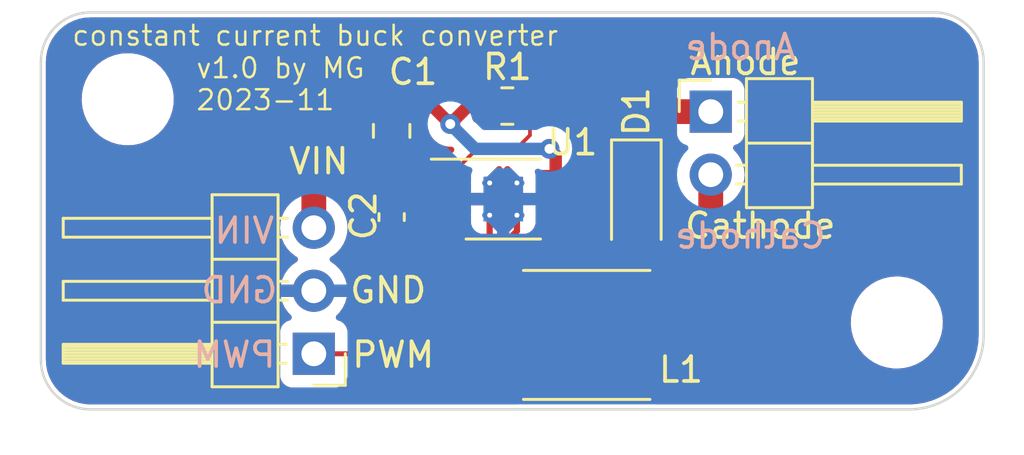
<source format=kicad_pcb>
(kicad_pcb (version 20221018) (generator pcbnew)
  (layers (0 "F.Cu" signal) (31 "B.Cu" signal) (34 "B.Paste" user) (35 "F.Paste" user) (36 "B.SilkS" user "B.Silkscreen") (37 "F.SilkS" user "F.Silkscreen") (38 "B.Mask" user) (39 "F.Mask" user) (44 "Edge.Cuts" user))
  (net 0 "")
  (net 1 "/VIN")
  (net 2 "GND")
  (net 3 "Net-(D1-A)")
  (net 4 "/PWM")
  (net 5 "/LED_{Anode}")
  (net 6 "/LED_{Kathode}")
  (footprint "MountingHole:MountingHole_3.2mm_M3_ISO14580" (layer "F.Cu") (at 120.993 115.682)
    (fp_text reference "H2" hide)
    (fp_text value "MountingHole")
    (pad "" np_thru_hole circle (at 0 0) (size 3.2 3.2) (drill 3.2) (layers "*.Cu" "*.Mask"))
  )
  (footprint "Connector_PinHeader_2.54mm:PinHeader_1x03_P2.54mm_Horizontal" (layer "F.Cu") (at 97.493 116.942 180)
    (fp_text reference "J1" hide)
    (fp_text value "Conn")
    (fp_text user "GND" (at 3 2.56 unlocked) (layer "B.SilkS") (effects (justify mirror)))
    (fp_text user "VIN" (at 2.8 4.96 unlocked) (layer "B.SilkS") (effects (justify mirror)))
    (fp_text user "PWM" (at 3.2 -0.04 unlocked) (layer "B.SilkS") (effects (justify mirror)))
    (fp_text user "VIN" (at -0.2 7.76 unlocked) (layer "F.SilkS"))
    (fp_text user "GND" (at -3 2.56 unlocked) (layer "F.SilkS"))
    (fp_text user "PWM" (at -3.2 -0.04 unlocked) (layer "F.SilkS"))
    (fp_line (start -1.27 -1.27) (end 0 -1.27) (stroke (width 0.12)) (layer "F.SilkS"))
    (fp_line (start -1.27 0) (end -1.27 -1.27) (stroke (width 0.12)) (layer "F.SilkS"))
    (fp_line (start 1.042929 2.16) (end 1.44 2.16) (stroke (width 0.12)) (layer "F.SilkS"))
    (fp_line (start 1.042929 2.92) (end 1.44 2.92) (stroke (width 0.12)) (layer "F.SilkS"))
    (fp_line (start 1.042929 4.7) (end 1.44 4.7) (stroke (width 0.12)) (layer "F.SilkS"))
    (fp_line (start 1.042929 5.46) (end 1.44 5.46) (stroke (width 0.12)) (layer "F.SilkS"))
    (fp_line (start 1.11 -0.38) (end 1.44 -0.38) (stroke (width 0.12)) (layer "F.SilkS"))
    (fp_line (start 1.11 0.38) (end 1.44 0.38) (stroke (width 0.12)) (layer "F.SilkS"))
    (fp_line (start 1.44 -1.33) (end 1.44 6.41) (stroke (width 0.12)) (layer "F.SilkS"))
    (fp_line (start 1.44 1.27) (end 4.1 1.27) (stroke (width 0.12)) (layer "F.SilkS"))
    (fp_line (start 1.44 3.81) (end 4.1 3.81) (stroke (width 0.12)) (layer "F.SilkS"))
    (fp_line (start 1.44 6.41) (end 4.1 6.41) (stroke (width 0.12)) (layer "F.SilkS"))
    (fp_line (start 4.1 -1.33) (end 1.44 -1.33) (stroke (width 0.12)) (layer "F.SilkS"))
    (fp_line (start 4.1 -0.38) (end 10.1 -0.38) (stroke (width 0.12)) (layer "F.SilkS"))
    (fp_line (start 4.1 -0.32) (end 10.1 -0.32) (stroke (width 0.12)) (layer "F.SilkS"))
    (fp_line (start 4.1 -0.2) (end 10.1 -0.2) (stroke (width 0.12)) (layer "F.SilkS"))
    (fp_line (start 4.1 -0.08) (end 10.1 -0.08) (stroke (width 0.12)) (layer "F.SilkS"))
    (fp_line (start 4.1 0.04) (end 10.1 0.04) (stroke (width 0.12)) (layer "F.SilkS"))
    (fp_line (start 4.1 0.16) (end 10.1 0.16) (stroke (width 0.12)) (layer "F.SilkS"))
    (fp_line (start 4.1 0.28) (end 10.1 0.28) (stroke (width 0.12)) (layer "F.SilkS"))
    (fp_line (start 4.1 2.16) (end 10.1 2.16) (stroke (width 0.12)) (layer "F.SilkS"))
    (fp_line (start 4.1 4.7) (end 10.1 4.7) (stroke (width 0.12)) (layer "F.SilkS"))
    (fp_line (start 4.1 6.41) (end 4.1 -1.33) (stroke (width 0.12)) (layer "F.SilkS"))
    (fp_line (start 10.1 -0.38) (end 10.1 0.38) (stroke (width 0.12)) (layer "F.SilkS"))
    (fp_line (start 10.1 0.38) (end 4.1 0.38) (stroke (width 0.12)) (layer "F.SilkS"))
    (fp_line (start 10.1 2.16) (end 10.1 2.92) (stroke (width 0.12)) (layer "F.SilkS"))
    (fp_line (start 10.1 2.92) (end 4.1 2.92) (stroke (width 0.12)) (layer "F.SilkS"))
    (fp_line (start 10.1 4.7) (end 10.1 5.46) (stroke (width 0.12)) (layer "F.SilkS"))
    (fp_line (start 10.1 5.46) (end 4.1 5.46) (stroke (width 0.12)) (layer "F.SilkS"))
    (pad "1" thru_hole rect (at 0 0 180) (size 1.7 1.7) (drill 1) (layers "*.Cu" "*.Mask") (net 4 "/PWM"))
    (pad "2" thru_hole oval (at 0 2.54 180) (size 1.7 1.7) (drill 1) (layers "*.Cu" "*.Mask") (net 2 "GND"))
    (pad "3" thru_hole oval (at 0 5.08 180) (size 1.7 1.7) (drill 1) (layers "*.Cu" "*.Mask") (net 1 "/VIN"))
  )
  (footprint "Connector_PinHeader_2.54mm:PinHeader_1x02_P2.54mm_Horizontal" (layer "F.Cu") (at 113.493 107.182)
    (fp_text reference "J2" hide)
    (fp_text value "LED")
    (fp_text user "Cathode" (at 1.6 5 unlocked) (layer "B.SilkS") (effects (justify mirror)))
    (fp_text user "Anode" (at 1.2 -2.6 unlocked) (layer "B.SilkS") (effects (justify mirror)))
    (fp_text user "Cathode" (at 2 4.6 unlocked) (layer "F.SilkS"))
    (fp_text user "Anode" (at 1.4 -2 unlocked) (layer "F.SilkS"))
    (fp_line (start -1.27 -1.27) (end 0 -1.27) (stroke (width 0.12)) (layer "F.SilkS"))
    (fp_line (start -1.27 0) (end -1.27 -1.27) (stroke (width 0.12)) (layer "F.SilkS"))
    (fp_line (start 1.042929 2.16) (end 1.44 2.16) (stroke (width 0.12)) (layer "F.SilkS"))
    (fp_line (start 1.042929 2.92) (end 1.44 2.92) (stroke (width 0.12)) (layer "F.SilkS"))
    (fp_line (start 1.11 -0.38) (end 1.44 -0.38) (stroke (width 0.12)) (layer "F.SilkS"))
    (fp_line (start 1.11 0.38) (end 1.44 0.38) (stroke (width 0.12)) (layer "F.SilkS"))
    (fp_line (start 1.44 -1.33) (end 1.44 3.87) (stroke (width 0.12)) (layer "F.SilkS"))
    (fp_line (start 1.44 1.27) (end 4.1 1.27) (stroke (width 0.12)) (layer "F.SilkS"))
    (fp_line (start 1.44 3.87) (end 4.1 3.87) (stroke (width 0.12)) (layer "F.SilkS"))
    (fp_line (start 4.1 -1.33) (end 1.44 -1.33) (stroke (width 0.12)) (layer "F.SilkS"))
    (fp_line (start 4.1 -0.38) (end 10.1 -0.38) (stroke (width 0.12)) (layer "F.SilkS"))
    (fp_line (start 4.1 -0.32) (end 10.1 -0.32) (stroke (width 0.12)) (layer "F.SilkS"))
    (fp_line (start 4.1 -0.2) (end 10.1 -0.2) (stroke (width 0.12)) (layer "F.SilkS"))
    (fp_line (start 4.1 -0.08) (end 10.1 -0.08) (stroke (width 0.12)) (layer "F.SilkS"))
    (fp_line (start 4.1 0.04) (end 10.1 0.04) (stroke (width 0.12)) (layer "F.SilkS"))
    (fp_line (start 4.1 0.16) (end 10.1 0.16) (stroke (width 0.12)) (layer "F.SilkS"))
    (fp_line (start 4.1 0.28) (end 10.1 0.28) (stroke (width 0.12)) (layer "F.SilkS"))
    (fp_line (start 4.1 2.16) (end 10.1 2.16) (stroke (width 0.12)) (layer "F.SilkS"))
    (fp_line (start 4.1 3.87) (end 4.1 -1.33) (stroke (width 0.12)) (layer "F.SilkS"))
    (fp_line (start 10.1 -0.38) (end 10.1 0.38) (stroke (width 0.12)) (layer "F.SilkS"))
    (fp_line (start 10.1 0.38) (end 4.1 0.38) (stroke (width 0.12)) (layer "F.SilkS"))
    (fp_line (start 10.1 2.16) (end 10.1 2.92) (stroke (width 0.12)) (layer "F.SilkS"))
    (fp_line (start 10.1 2.92) (end 4.1 2.92) (stroke (width 0.12)) (layer "F.SilkS"))
    (pad "1" thru_hole rect (at 0 0) (size 1.7 1.7) (drill 1) (layers "*.Cu" "*.Mask") (net 5 "/LED_{Anode}"))
    (pad "2" thru_hole oval (at 0 2.54) (size 1.7 1.7) (drill 1) (layers "*.Cu" "*.Mask") (net 6 "/LED_{Kathode}"))
  )
  (footprint "Capacitor_SMD:C_0603_1608Metric" (layer "F.Cu") (at 100.6305 111.432 90)
    (fp_text reference "C2" (at 0.05 -1.1375 270) (layer "F.SilkS"))
    (fp_text value "DNP")
    (fp_line (start -0.14058 -0.51) (end 0.14058 -0.51) (stroke (width 0.12)) (layer "F.SilkS"))
    (fp_line (start -0.14058 0.51) (end 0.14058 0.51) (stroke (width 0.12)) (layer "F.SilkS"))
    (pad "1" smd roundrect (at -0.775 0 90) (size 0.9 0.95) (layers "F.Cu" "F.Paste" "F.Mask") (net 4 "/PWM"))
    (pad "2" smd roundrect (at 0.775 0 90) (size 0.9 0.95) (layers "F.Cu" "F.Paste" "F.Mask") (net 2 "GND"))
  )
  (footprint "Package_SO:MSOP-8-1EP_3x3mm_P0.65mm_EP1.5x1.8mm_ThermalVias" (layer "F.Cu") (at 105.1305 110.707)
    (fp_text reference "U1" (at 2.7875 -2.2875) (layer "F.SilkS"))
    (fp_text value "AL8861")
    (fp_line (start 0 -1.61) (end -2.9 -1.61) (stroke (width 0.12)) (layer "F.SilkS"))
    (fp_line (start 0 -1.61) (end 1.5 -1.61) (stroke (width 0.12)) (layer "F.SilkS"))
    (fp_line (start 0 1.61) (end -1.5 1.61) (stroke (width 0.12)) (layer "F.SilkS"))
    (fp_line (start 0 1.61) (end 1.5 1.61) (stroke (width 0.12)) (layer "F.SilkS"))
    (pad "1" smd roundrect (at -2.1125 -0.975) (size 1.575 0.4) (layers "F.Cu" "F.Paste" "F.Mask") (net 5 "/LED_{Anode}"))
    (pad "2" smd roundrect (at -2.1125 -0.325) (size 1.575 0.4) (layers "F.Cu" "F.Paste" "F.Mask") (net 2 "GND"))
    (pad "3" smd roundrect (at -2.1125 0.325) (size 1.575 0.4) (layers "F.Cu" "F.Paste" "F.Mask") (net 2 "GND"))
    (pad "4" smd roundrect (at -2.1125 0.975) (size 1.575 0.4) (layers "F.Cu" "F.Paste" "F.Mask") (net 4 "/PWM"))
    (pad "5" smd roundrect (at 2.1125 0.975) (size 1.575 0.4) (layers "F.Cu" "F.Paste" "F.Mask") (net 3 "Net-(D1-A)"))
    (pad "6" smd roundrect (at 2.1125 0.325) (size 1.575 0.4) (layers "F.Cu" "F.Paste" "F.Mask") (net 3 "Net-(D1-A)"))
    (pad "7" smd roundrect (at 2.1125 -0.325) (size 1.575 0.4) (layers "F.Cu" "F.Paste" "F.Mask"))
    (pad "8" smd roundrect (at 2.1125 -0.975) (size 1.575 0.4) (layers "F.Cu" "F.Paste" "F.Mask") (net 1 "/VIN"))
    (pad "9" thru_hole circle (at -0.55 -0.65) (size 0.5 0.5) (drill 0.2) (layers "*.Cu") (net 2 "GND"))
    (pad "9" thru_hole circle (at -0.55 0.65) (size 0.5 0.5) (drill 0.2) (layers "*.Cu") (net 2 "GND"))
    (pad "9" smd rect (at 0 0) (size 1.5 1.8) (layers "F.Cu" "F.Mask") (net 2 "GND"))
    (pad "9" smd rect (at 0 0) (size 1.6 1.8) (layers "B.Cu") (net 2 "GND"))
    (pad "9" thru_hole circle (at 0.55 -0.65) (size 0.5 0.5) (drill 0.2) (layers "*.Cu") (net 2 "GND"))
    (pad "9" thru_hole circle (at 0.55 0.65) (size 0.5 0.5) (drill 0.2) (layers "*.Cu") (net 2 "GND"))
  )
  (footprint "Capacitor_SMD:C_0805_2012Metric" (layer "F.Cu") (at 100.6305 107.957 -90)
    (fp_text reference "C1" (at -2.375 -0.8625 -180) (layer "F.SilkS"))
    (fp_text value "10uF 16V")
    (fp_line (start -0.261252 -0.735) (end 0.261252 -0.735) (stroke (width 0.12)) (layer "F.SilkS"))
    (fp_line (start -0.261252 0.735) (end 0.261252 0.735) (stroke (width 0.12)) (layer "F.SilkS"))
    (pad "1" smd roundrect (at -0.95 0 270) (size 1 1.45) (layers "F.Cu" "F.Paste" "F.Mask") (net 1 "/VIN"))
    (pad "2" smd roundrect (at 0.95 0 270) (size 1 1.45) (layers "F.Cu" "F.Paste" "F.Mask") (net 2 "GND"))
  )
  (footprint "Diode_SMD:D_SOD-123" (layer "F.Cu") (at 110.493 110.682 -90)
    (fp_text reference "D1" (at -3.5 0 90) (layer "F.SilkS"))
    (fp_text value "B260S1F-7")
    (fp_line (start -2.36 -1) (end -2.36 1) (stroke (width 0.12)) (layer "F.SilkS"))
    (fp_line (start -2.36 -1) (end 1.65 -1) (stroke (width 0.12)) (layer "F.SilkS"))
    (fp_line (start -2.36 1) (end 1.65 1) (stroke (width 0.12)) (layer "F.SilkS"))
    (pad "1" smd roundrect (at -1.65 0 270) (size 0.9 1.2) (layers "F.Cu" "F.Paste" "F.Mask") (net 1 "/VIN"))
    (pad "2" smd roundrect (at 1.65 0 270) (size 0.9 1.2) (layers "F.Cu" "F.Paste" "F.Mask") (net 3 "Net-(D1-A)"))
  )
  (footprint "MountingHole:MountingHole_3.2mm_M3_ISO14580" (layer "F.Cu") (at 89.993 106.682)
    (fp_text reference "H1" hide)
    (fp_text value "MountingHole")
    (pad "" np_thru_hole circle (at 0 0) (size 3.2 3.2) (drill 3.2) (layers "*.Cu" "*.Mask"))
  )
  (footprint "Resistor_SMD:R_0805_2012Metric" (layer "F.Cu") (at 105.293 106.957 180)
    (fp_text reference "R1" (at 0 1.575) (layer "F.SilkS"))
    (fp_text value "R_{Shunt}")
    (fp_line (start -0.227064 -0.735) (end 0.227064 -0.735) (stroke (width 0.12)) (layer "F.SilkS"))
    (fp_line (start -0.227064 0.735) (end 0.227064 0.735) (stroke (width 0.12)) (layer "F.SilkS"))
    (pad "1" smd roundrect (at -0.9125 0 180) (size 1.025 1.4) (layers "F.Cu" "F.Paste" "F.Mask") (roundrect_rratio 0.243902) (net 5 "/LED_{Anode}"))
    (pad "2" smd roundrect (at 0.9125 0 180) (size 1.025 1.4) (layers "F.Cu" "F.Paste" "F.Mask") (roundrect_rratio 0.243902) (net 1 "/VIN"))
  )
  (footprint "Inductor_SMD:L_Taiyo-Yuden_MD-5050" (layer "F.Cu") (at 108.493 116.182)
    (fp_text reference "L1" (at 3.8 1.4) (layer "F.SilkS"))
    (fp_text value "LSXND5050YKL150MMG")
    (fp_line (start -2.55 -2.6) (end 2.55 -2.6) (stroke (width 0.12)) (layer "F.SilkS"))
    (fp_line (start -2.55 2.6) (end 2.55 2.6) (stroke (width 0.12)) (layer "F.SilkS"))
    (pad "1" smd rect (at -1.8 0) (size 1.5 4.2) (layers "F.Cu" "F.Paste" "F.Mask") (net 3 "Net-(D1-A)"))
    (pad "2" smd rect (at 1.8 0) (size 1.5 4.2) (layers "F.Cu" "F.Paste" "F.Mask") (net 6 "/LED_{Kathode}"))
  )
  (gr_arc (start 88.493 119.182) (mid 87.078786 118.596214) (end 86.493 117.182) (stroke (width 0.1)) (layer "Edge.Cuts"))
  (gr_arc (start 122.493 103.182) (mid 123.907214 103.767786) (end 124.493 105.182) (stroke (width 0.1)) (layer "Edge.Cuts"))
  (gr_line (start 86.493 105.182) (end 86.493 117.182) (stroke (width 0.1)) (layer "Edge.Cuts"))
  (gr_arc (start 124.493 116.182) (mid 123.61432 118.30332) (end 121.493 119.182) (stroke (width 0.1)) (layer "Edge.Cuts"))
  (gr_line (start 88.493 103.182) (end 122.493 103.182) (stroke (width 0.1)) (layer "Edge.Cuts"))
  (gr_line (start 88.493 119.182) (end 121.493 119.182) (stroke (width 0.1)) (layer "Edge.Cuts"))
  (gr_line (start 124.493 116.182) (end 124.493 105.182) (stroke (width 0.1)) (layer "Edge.Cuts"))
  (gr_arc (start 86.493 105.182) (mid 87.078786 103.767786) (end 88.493 103.182) (stroke (width 0.1)) (layer "Edge.Cuts"))
  (gr_text "constant current buck converter" (at 87.693 104.582) (layer "F.SilkS") (effects (font (size 0.8 0.8) (thickness 0.1)) (justify left bottom)))
  (gr_text "v1.0 by MG\n2023-11" (at 92.693 107.182) (layer "F.SilkS") (effects (font (size 0.8 0.8) (thickness 0.1)) (justify left bottom)))
  (segment (start 107.243 109.732) (end 109.793 109.732) (width 0.5) (layer "F.Cu") (net 1))
  (segment (start 100.6305 107.007) (end 99.668 107.007) (width 1) (layer "F.Cu") (net 1))
  (segment (start 107.243 109.732) (end 107.243 108.932) (width 0.5) (layer "F.Cu") (net 1))
  (segment (start 104.3805 106.957) (end 103.718 106.957) (width 0.5) (layer "F.Cu") (net 1))
  (segment (start 99.668 107.007) (end 97.493 109.182) (width 1) (layer "F.Cu") (net 1))
  (segment (start 109.793 109.732) (end 110.493 109.032) (width 0.5) (layer "F.Cu") (net 1))
  (segment (start 97.493 109.182) (end 97.493 111.862) (width 1) (layer "F.Cu") (net 1))
  (segment (start 107.243 108.932) (end 106.993 108.682) (width 0.5) (layer "F.Cu") (net 1))
  (segment (start 102.318 107.007) (end 102.993 107.682) (width 0.5) (layer "F.Cu") (net 1))
  (segment (start 103.718 106.957) (end 102.993 107.682) (width 0.5) (layer "F.Cu") (net 1))
  (segment (start 100.6305 107.007) (end 102.318 107.007) (width 0.5) (layer "F.Cu") (net 1))
  (via (at 102.993 107.682) (size 0.8) (drill 0.4) (layers "F.Cu" "B.Cu") (net 1))
  (via (at 106.993 108.682) (size 0.8) (drill 0.4) (layers "F.Cu" "B.Cu") (net 1))
  (segment (start 106.993 108.682) (end 103.993 108.682) (width 0.5) (layer "B.Cu") (net 1))
  (segment (start 103.993 108.682) (end 102.993 107.682) (width 0.5) (layer "B.Cu") (net 1))
  (segment (start 105.6805 111.357) (end 105.6805 111.9945) (width 0.25) (layer "F.Cu") (net 2))
  (segment (start 104.5805 111.357) (end 104.5805 112.4695) (width 0.25) (layer "F.Cu") (net 2))
  (segment (start 103.043 110.707) (end 105.1305 110.707) (width 0.5) (layer "F.Cu") (net 2))
  (segment (start 104.5805 112.4695) (end 104.893 112.782) (width 0.25) (layer "F.Cu") (net 2))
  (segment (start 103.018 110.382) (end 103.018 110.682) (width 0.5) (layer "F.Cu") (net 2))
  (segment (start 105.1305 110.607) (end 105.6805 110.057) (width 0.25) (layer "F.Cu") (net 2))
  (segment (start 105.1305 110.707) (end 105.1305 110.607) (width 0.25) (layer "F.Cu") (net 2))
  (segment (start 104.5805 110.057) (end 104.5805 111.357) (width 0.25) (layer "F.Cu") (net 2))
  (segment (start 100.6305 110.657) (end 102.993 110.657) (width 0.5) (layer "F.Cu") (net 2))
  (segment (start 105.6805 111.357) (end 105.6805 111.257) (width 0.25) (layer "F.Cu") (net 2))
  (segment (start 103.018 110.682) (end 103.018 111.032) (width 0.5) (layer "F.Cu") (net 2))
  (segment (start 103.018 110.682) (end 103.043 110.707) (width 0.5) (layer "F.Cu") (net 2))
  (segment (start 105.6805 111.9945) (end 104.893 112.782) (width 0.25) (layer "F.Cu") (net 2))
  (segment (start 102.993 110.657) (end 103.018 110.682) (width 0.5) (layer "F.Cu") (net 2))
  (segment (start 105.6805 111.257) (end 105.1305 110.707) (width 0.25) (layer "F.Cu") (net 2))
  (segment (start 105.6805 110.057) (end 105.6805 111.357) (width 0.25) (layer "F.Cu") (net 2))
  (segment (start 107.243 111.682) (end 107.243 115.632) (width 1) (layer "F.Cu") (net 3))
  (segment (start 109.843 111.682) (end 110.493 112.332) (width 0.5) (layer "F.Cu") (net 3))
  (segment (start 107.243 115.632) (end 106.693 116.182) (width 1) (layer "F.Cu") (net 3))
  (segment (start 107.243 111.682) (end 109.843 111.682) (width 0.5) (layer "F.Cu") (net 3))
  (segment (start 107.243 111.032) (end 107.243 111.682) (width 0.5) (layer "F.Cu") (net 3))
  (segment (start 97.493 116.942) (end 99.233 116.942) (width 0.2) (layer "F.Cu") (net 4))
  (segment (start 100.6305 115.5445) (end 100.6305 112.207) (width 0.2) (layer "F.Cu") (net 4))
  (segment (start 101.1555 111.682) (end 100.6305 112.207) (width 0.2) (layer "F.Cu") (net 4))
  (segment (start 99.233 116.942) (end 100.6305 115.5445) (width 0.2) (layer "F.Cu") (net 4))
  (segment (start 103.018 111.682) (end 101.1555 111.682) (width 0.2) (layer "F.Cu") (net 4))
  (segment (start 103.018 109.732) (end 104.043 108.707) (width 0.15) (layer "F.Cu") (net 5))
  (segment (start 111.993 107.182) (end 113.493 107.182) (width 1) (layer "F.Cu") (net 5))
  (segment (start 104.043 108.707) (end 105.6305 108.707) (width 0.15) (layer "F.Cu") (net 5))
  (segment (start 105.6305 108.707) (end 106.2055 108.132) (width 0.15) (layer "F.Cu") (net 5))
  (segment (start 106.2055 108.132) (end 106.2055 106.957) (width 0.15) (layer "F.Cu") (net 5))
  (segment (start 111.768 106.957) (end 111.993 107.182) (width 1) (layer "F.Cu") (net 5))
  (segment (start 106.2055 106.957) (end 111.768 106.957) (width 1) (layer "F.Cu") (net 5))
  (segment (start 112.993 116.182) (end 110.293 116.182) (width 1) (layer "F.Cu") (net 6))
  (segment (start 113.493 115.682) (end 112.993 116.182) (width 1) (layer "F.Cu") (net 6))
  (segment (start 113.493 109.722) (end 113.493 115.682) (width 1) (layer "F.Cu") (net 6))
  (zone (net 2) (net_name "GND") (layers "F&B.Cu") (connect_pads (clearance 0.508)) (min_thickness 0.25) (fill yes (thermal_gap 0.5) (thermal_bridge_width 0.5))
    (polygon (pts (xy 85.993 102.682) (xy 85.993 119.682) (xy 124.993 119.682) (xy 124.993 102.682)))
  )
)
</source>
